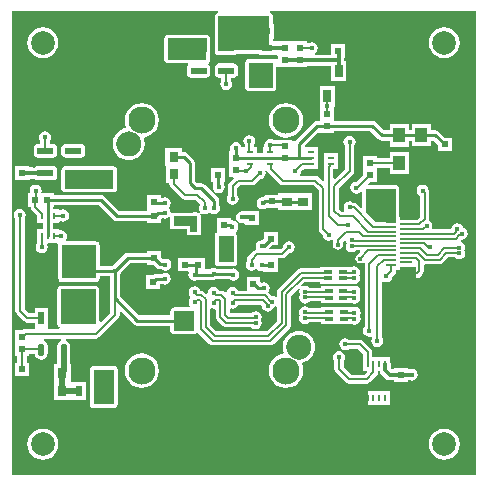
<source format=gbl>
G04*
G04 #@! TF.GenerationSoftware,Altium Limited,Altium Designer,19.1.1 (5)*
G04*
G04 Layer_Physical_Order=4*
G04 Layer_Color=16711680*
%FSLAX44Y44*%
%MOMM*%
G71*
G01*
G75*
%ADD22C,0.1500*%
%ADD23C,0.2000*%
%ADD24C,0.3000*%
%ADD25C,0.2540*%
%ADD26C,2.0000*%
%ADD27C,1.3000*%
%ADD28C,2.3000*%
%ADD29C,0.4000*%
%ADD30C,0.5000*%
%ADD31R,0.8000X0.9000*%
%ADD32O,0.5000X1.1000*%
%ADD33R,0.5000X1.1000*%
%ADD34R,2.2200X1.2400*%
G04:AMPARAMS|DCode=35|XSize=0.59mm|YSize=1.3701mm|CornerRadius=0.0443mm|HoleSize=0mm|Usage=FLASHONLY|Rotation=90.000|XOffset=0mm|YOffset=0mm|HoleType=Round|Shape=RoundedRectangle|*
%AMROUNDEDRECTD35*
21,1,0.5900,1.2816,0,0,90.0*
21,1,0.5015,1.3701,0,0,90.0*
1,1,0.0885,0.6408,0.2508*
1,1,0.0885,0.6408,-0.2508*
1,1,0.0885,-0.6408,-0.2508*
1,1,0.0885,-0.6408,0.2508*
%
%ADD35ROUNDEDRECTD35*%
%ADD36R,0.6000X0.5600*%
%ADD37R,0.5600X0.6000*%
%ADD38R,0.9000X0.8000*%
%ADD39R,0.2540X0.5588*%
%ADD40R,0.7000X0.3000*%
%ADD41R,1.0160X1.2700*%
%ADD42R,0.8499X0.2301*%
%ADD43R,1.0000X0.2301*%
%ADD44R,1.3800X1.8001*%
%ADD45R,2.0000X1.7000*%
%ADD46R,0.6500X1.1001*%
%ADD47R,0.6096X0.2540*%
%ADD48R,0.2540X0.6096*%
%ADD49R,0.9000X0.6000*%
%ADD50R,1.2700X0.8620*%
%ADD51R,0.6000X0.9000*%
G36*
X221660Y364030D02*
X178700D01*
X178640Y364180D01*
Y392190D01*
X221660D01*
Y364030D01*
D02*
G37*
G36*
X396431Y3569D02*
X3569D01*
Y396431D01*
X178076D01*
X178201Y395161D01*
X177470Y395016D01*
X176477Y394353D01*
X175814Y393360D01*
X175581Y392190D01*
Y368586D01*
X175432Y367837D01*
Y362822D01*
X175699Y361479D01*
X176460Y360340D01*
X177599Y359579D01*
X178942Y359312D01*
X191758D01*
X193101Y359579D01*
X194240Y360340D01*
X194508Y360741D01*
X212660D01*
Y359300D01*
X227660D01*
X227660Y359300D01*
X228760Y358890D01*
Y356470D01*
X227660Y356060D01*
X227490Y356060D01*
X212660D01*
Y356059D01*
X204490D01*
X203319Y355826D01*
X202327Y355163D01*
X201664Y354170D01*
X201431Y353000D01*
Y331820D01*
X201664Y330649D01*
X202327Y329657D01*
X203319Y328994D01*
X204490Y328761D01*
X224550D01*
X225721Y328994D01*
X226713Y329657D01*
X227376Y330649D01*
X227609Y331820D01*
Y344060D01*
X227660D01*
Y348950D01*
X228760Y349360D01*
X228930Y349360D01*
X240760D01*
Y349360D01*
X241350Y349250D01*
X241350Y349250D01*
X241984Y349250D01*
X253350D01*
Y350462D01*
X274130D01*
Y337120D01*
X286630D01*
Y354121D01*
X284968D01*
Y356940D01*
X285910D01*
Y368940D01*
X274310D01*
Y359638D01*
X260552D01*
X260166Y360908D01*
X261165Y361575D01*
X262270Y363229D01*
X262658Y365180D01*
X262270Y367131D01*
X261165Y368785D01*
X259511Y369890D01*
X257560Y370278D01*
X255609Y369890D01*
X254686Y369273D01*
X253350D01*
Y371010D01*
X241350D01*
Y371010D01*
X240760Y371120D01*
X240760Y371120D01*
X240126Y371120D01*
X228760D01*
Y371120D01*
X227660Y371300D01*
X227660Y371300D01*
X227565Y371300D01*
X224748D01*
Y373400D01*
X225840D01*
Y385400D01*
X224719D01*
Y392190D01*
X224486Y393360D01*
X223823Y394353D01*
X222831Y395016D01*
X222099Y395161D01*
X222224Y396431D01*
X396431D01*
Y3569D01*
D02*
G37*
G36*
X224560Y348880D02*
X224550D01*
Y331820D01*
X204490D01*
Y353000D01*
X224560D01*
Y348880D01*
D02*
G37*
%LPC*%
G36*
X370000Y383112D02*
X366606Y382665D01*
X363444Y381356D01*
X360728Y379272D01*
X358644Y376556D01*
X357335Y373394D01*
X356888Y370000D01*
X357335Y366606D01*
X358644Y363444D01*
X360728Y360728D01*
X363444Y358644D01*
X366606Y357335D01*
X370000Y356888D01*
X373394Y357335D01*
X376556Y358644D01*
X379272Y360728D01*
X381356Y363444D01*
X382665Y366606D01*
X383112Y370000D01*
X382665Y373394D01*
X381356Y376556D01*
X379272Y379272D01*
X376556Y381356D01*
X373394Y382665D01*
X370000Y383112D01*
D02*
G37*
G36*
X30000D02*
X26606Y382665D01*
X23444Y381356D01*
X20728Y379272D01*
X18644Y376556D01*
X17335Y373394D01*
X16888Y370000D01*
X17335Y366606D01*
X18644Y363444D01*
X20728Y360728D01*
X23444Y358644D01*
X26606Y357335D01*
X30000Y356888D01*
X33394Y357335D01*
X36556Y358644D01*
X39272Y360728D01*
X41356Y363444D01*
X42665Y366606D01*
X43112Y370000D01*
X42665Y373394D01*
X41356Y376556D01*
X39272Y379272D01*
X36556Y381356D01*
X33394Y382665D01*
X30000Y383112D01*
D02*
G37*
G36*
X168580Y376689D02*
X135900D01*
X134729Y376456D01*
X133737Y375793D01*
X133074Y374800D01*
X132841Y373630D01*
Y355600D01*
X133074Y354430D01*
X133737Y353437D01*
X134729Y352774D01*
X135900Y352541D01*
X152502D01*
X152871Y351559D01*
X152928Y351271D01*
X152199Y350181D01*
X151932Y348838D01*
Y343823D01*
X152199Y342480D01*
X152960Y341341D01*
X154099Y340580D01*
X155442Y340313D01*
X168258D01*
X169601Y340580D01*
X170740Y341341D01*
X171501Y342480D01*
X171768Y343823D01*
Y348838D01*
X171501Y350181D01*
X170740Y351320D01*
X170213Y351672D01*
X170289Y353140D01*
X170733Y353437D01*
X171396Y354430D01*
X171629Y355600D01*
Y362123D01*
X171768Y362822D01*
Y367837D01*
X171639Y368486D01*
Y373630D01*
X171406Y374800D01*
X170743Y375793D01*
X169750Y376456D01*
X168580Y376689D01*
D02*
G37*
G36*
X191758Y352348D02*
X178942D01*
X177599Y352081D01*
X176460Y351320D01*
X175699Y350181D01*
X175432Y348838D01*
Y343823D01*
X175699Y342480D01*
X176460Y341341D01*
X177599Y340580D01*
X178942Y340313D01*
X181162D01*
Y337696D01*
X180530Y336751D01*
X180142Y334800D01*
X180530Y332849D01*
X181635Y331195D01*
X183289Y330090D01*
X185240Y329702D01*
X187191Y330090D01*
X188845Y331195D01*
X189950Y332849D01*
X190338Y334800D01*
X189950Y336751D01*
X189318Y337696D01*
Y340313D01*
X191758D01*
X193101Y340580D01*
X194240Y341341D01*
X195001Y342480D01*
X195268Y343823D01*
Y348838D01*
X195001Y350181D01*
X194240Y351320D01*
X193101Y352081D01*
X191758Y352348D01*
D02*
G37*
G36*
X277029Y333120D02*
X264529D01*
Y316119D01*
X264529D01*
X264400Y315520D01*
X264400Y315520D01*
X264400Y314903D01*
Y303914D01*
X262360D01*
X260694Y303582D01*
X259282Y302638D01*
X243491Y286849D01*
X243316Y286585D01*
X241605Y286311D01*
X241370Y286494D01*
Y287870D01*
X229370D01*
Y287183D01*
X225768D01*
X224441Y288070D01*
X222490Y288458D01*
X220539Y288070D01*
X218885Y286965D01*
X217780Y285311D01*
X217392Y283360D01*
X217543Y282600D01*
X216501Y281330D01*
X216391D01*
Y276414D01*
X211469D01*
Y281330D01*
X208713D01*
Y283272D01*
X209600Y284599D01*
X209988Y286550D01*
X209600Y288501D01*
X208495Y290155D01*
X206841Y291260D01*
X204890Y291648D01*
X202939Y291260D01*
X201285Y290155D01*
X200180Y288501D01*
X199792Y286550D01*
X200180Y284599D01*
X201067Y283272D01*
Y281330D01*
X199373D01*
X198343Y281910D01*
X198180Y282731D01*
X197075Y284385D01*
X195421Y285490D01*
X193470Y285878D01*
X191519Y285490D01*
X189865Y284385D01*
X188760Y282731D01*
X188372Y280780D01*
X188694Y279160D01*
X188144Y278186D01*
X187860Y277890D01*
X187520D01*
Y266290D01*
Y256130D01*
X190987D01*
X191513Y254860D01*
X187946Y251294D01*
X187118Y250053D01*
X186827Y248590D01*
Y241128D01*
X185940Y239801D01*
X185552Y237850D01*
X185940Y235899D01*
X187045Y234245D01*
X188699Y233140D01*
X190650Y232752D01*
X192601Y233140D01*
X194255Y234245D01*
X195360Y235899D01*
X195748Y237850D01*
X195360Y239801D01*
X194473Y241128D01*
Y247006D01*
X196884Y249417D01*
X207310D01*
X208773Y249708D01*
X210014Y250536D01*
X214046Y254569D01*
X215611Y254880D01*
X217265Y255985D01*
X218370Y257639D01*
X218758Y259590D01*
X218428Y261251D01*
X219568Y261657D01*
X220396Y260416D01*
X230356Y250456D01*
X231597Y249628D01*
X233060Y249337D01*
X259266D01*
X263607Y244996D01*
Y212170D01*
X263898Y210707D01*
X264726Y209466D01*
X267079Y207114D01*
X267390Y205549D01*
X268495Y203895D01*
X270149Y202790D01*
X272100Y202402D01*
X274051Y202790D01*
X274764Y203266D01*
X275228Y203124D01*
X275984Y202555D01*
Y200379D01*
X275912Y200271D01*
X275602Y198710D01*
X275912Y197149D01*
X276796Y195826D01*
X278119Y194942D01*
X279680Y194632D01*
X281241Y194942D01*
X282564Y195826D01*
X282946Y196209D01*
X282946Y196209D01*
X283831Y197532D01*
X284141Y199093D01*
X284141Y199093D01*
Y201203D01*
X285227Y202289D01*
X286605Y201871D01*
X286850Y200639D01*
X287217Y200090D01*
X286850Y199541D01*
X286462Y197590D01*
X286850Y195639D01*
X287955Y193985D01*
X289609Y192880D01*
X291560Y192492D01*
X293511Y192880D01*
X295165Y193985D01*
X295339Y194247D01*
X298300D01*
X298786Y193073D01*
X295706Y189994D01*
X294822Y188671D01*
X294512Y187110D01*
X294822Y185549D01*
X295706Y184226D01*
X297029Y183342D01*
X298590Y183032D01*
X300151Y183342D01*
X301474Y184226D01*
X301491Y184243D01*
X302661Y183617D01*
X302487Y182740D01*
Y129706D01*
X302455Y129685D01*
X301350Y128031D01*
X300962Y126080D01*
X301350Y124129D01*
X302455Y122475D01*
X304109Y121370D01*
X306060Y120982D01*
X308011Y121370D01*
X308607Y120292D01*
X308736Y119728D01*
X308370Y119181D01*
X307982Y117230D01*
X308370Y115279D01*
X309475Y113625D01*
X311129Y112520D01*
X313080Y112132D01*
X315031Y112520D01*
X316685Y113625D01*
X317790Y115279D01*
X318178Y117230D01*
X317790Y119181D01*
X316903Y120508D01*
Y167153D01*
X318173Y167831D01*
X318819Y167400D01*
X320770Y167012D01*
X322721Y167400D01*
X324375Y168505D01*
X325480Y170159D01*
X325791Y171724D01*
X327804Y173736D01*
X328633Y174977D01*
X328923Y176440D01*
Y177848D01*
X332350D01*
Y179850D01*
X341246D01*
X341371Y178580D01*
X340909Y178488D01*
X339585Y177604D01*
X339585Y177604D01*
X336367Y174385D01*
X335482Y173062D01*
X335172Y171501D01*
X335482Y169940D01*
X336367Y168617D01*
X337690Y167733D01*
X339250Y167423D01*
X340811Y167733D01*
X342134Y168617D01*
X344159Y170642D01*
X346880D01*
X346880Y170642D01*
X348441Y170952D01*
X349764Y171836D01*
X351374Y173446D01*
X351374Y173446D01*
X352258Y174769D01*
X352568Y176330D01*
Y181586D01*
X353550Y182392D01*
X353643Y182373D01*
X365918D01*
X367381Y182664D01*
X368621Y183493D01*
X373284Y188156D01*
X378623D01*
X378632Y188154D01*
X378692D01*
X378865Y187894D01*
X380519Y186789D01*
X382470Y186401D01*
X384421Y186789D01*
X386075Y187894D01*
X387180Y189548D01*
X387568Y191499D01*
X387180Y193450D01*
X386813Y193999D01*
X387180Y194548D01*
X387568Y196499D01*
X387180Y198450D01*
X386075Y200104D01*
X384421Y201209D01*
X384028Y202506D01*
X384555Y203092D01*
X384614Y203132D01*
X386536Y203515D01*
X388190Y204620D01*
X389295Y206274D01*
X389683Y208225D01*
X389295Y210175D01*
X388190Y211829D01*
X386536Y212934D01*
X385889Y213063D01*
X385760Y213711D01*
X384655Y215365D01*
X383001Y216470D01*
X381050Y216858D01*
X379099Y216470D01*
X377445Y215365D01*
X376340Y213711D01*
X375967Y211833D01*
X359812D01*
X359133Y213103D01*
X359398Y213499D01*
X359708Y215060D01*
X359398Y216621D01*
X358514Y217944D01*
X357854Y218385D01*
X357042Y219457D01*
X357333Y220920D01*
Y242810D01*
X357042Y244273D01*
X356724Y244750D01*
X356350Y246631D01*
X355245Y248285D01*
X353591Y249390D01*
X351640Y249778D01*
X349689Y249390D01*
X348035Y248285D01*
X346930Y246631D01*
X346542Y244680D01*
X346930Y242729D01*
X348035Y241075D01*
X349687Y239972D01*
Y222504D01*
X347006Y219823D01*
X345350D01*
Y220150D01*
X332350D01*
Y222152D01*
X331879D01*
Y246310D01*
X331646Y247481D01*
X330983Y248473D01*
X329991Y249136D01*
X328820Y249369D01*
X306066D01*
X305580Y250542D01*
X307048Y252010D01*
X313280D01*
Y263892D01*
X323813D01*
Y258841D01*
X339973D01*
Y277541D01*
X323813D01*
Y272048D01*
X313280D01*
Y273770D01*
X301280D01*
Y262170D01*
Y257778D01*
X295707Y252205D01*
X295540Y252238D01*
X293589Y251850D01*
X291935Y250745D01*
X290830Y249091D01*
X290442Y247140D01*
X290830Y245189D01*
X291935Y243535D01*
X293589Y242430D01*
X295540Y242042D01*
X297491Y242430D01*
X299145Y243535D01*
X299371Y243874D01*
X300641Y243489D01*
Y230085D01*
X299468Y229599D01*
X295924Y233144D01*
X294683Y233972D01*
X293220Y234263D01*
X292978D01*
X291651Y235150D01*
X289700Y235538D01*
X287749Y235150D01*
X286095Y234045D01*
X284990Y232391D01*
X284602Y230440D01*
X284990Y228489D01*
X285285Y228048D01*
X284686Y226928D01*
X283179D01*
X280928Y229179D01*
Y246811D01*
X292544Y258426D01*
X292544Y258426D01*
X293428Y259749D01*
X293738Y261310D01*
X293738Y261310D01*
Y282904D01*
X294370Y283849D01*
X294758Y285800D01*
X294370Y287751D01*
X293265Y289405D01*
X291611Y290510D01*
X289660Y290898D01*
X287709Y290510D01*
X286055Y289405D01*
X284950Y287751D01*
X284562Y285800D01*
X284950Y283849D01*
X285582Y282904D01*
Y262999D01*
X277137Y254554D01*
X275963Y255040D01*
Y262840D01*
X280257D01*
Y267840D01*
Y276380D01*
X268161D01*
Y267840D01*
Y262840D01*
X268317D01*
Y252760D01*
X267143Y252274D01*
X263554Y255864D01*
X262313Y256692D01*
X260850Y256983D01*
X247838D01*
X247404Y258253D01*
X248330Y259639D01*
X248641Y261204D01*
X249991Y262554D01*
X251143Y262840D01*
Y262840D01*
X263239D01*
Y272840D01*
Y281380D01*
X252133D01*
X251607Y282650D01*
X263130Y294173D01*
X264400Y293760D01*
Y293760D01*
X276400D01*
Y295206D01*
X306797D01*
X313713Y288290D01*
X315125Y287347D01*
X316791Y287015D01*
X323892D01*
Y282019D01*
X340052D01*
Y287015D01*
X342387D01*
Y282098D01*
X358547D01*
Y287094D01*
X360639D01*
X364310Y283423D01*
Y277980D01*
X376310D01*
Y289580D01*
X370467D01*
X365520Y294527D01*
X364108Y295470D01*
X362442Y295802D01*
X358547D01*
Y300798D01*
X342387D01*
Y295723D01*
X340052D01*
Y300719D01*
X323892D01*
Y295723D01*
X318594D01*
X311679Y302638D01*
X310266Y303582D01*
X308600Y303914D01*
X276400D01*
Y315520D01*
X277029Y316119D01*
X277029D01*
Y333120D01*
D02*
G37*
G36*
X235791Y318874D02*
X232006Y318376D01*
X228478Y316915D01*
X225449Y314591D01*
X223125Y311562D01*
X221664Y308034D01*
X221166Y304249D01*
X221664Y300464D01*
X223125Y296937D01*
X225449Y293908D01*
X228478Y291584D01*
X232006Y290123D01*
X235791Y289624D01*
X239576Y290123D01*
X243103Y291584D01*
X246132Y293908D01*
X248456Y296937D01*
X249917Y300464D01*
X250416Y304249D01*
X249917Y308034D01*
X248456Y311562D01*
X246132Y314591D01*
X243103Y316915D01*
X239576Y318376D01*
X235791Y318874D01*
D02*
G37*
G36*
X62048Y284517D02*
X49232D01*
X47889Y284250D01*
X46750Y283489D01*
X45989Y282351D01*
X45722Y281007D01*
Y275992D01*
X45989Y274649D01*
X46750Y273510D01*
X47889Y272749D01*
X49232Y272482D01*
X62048D01*
X63391Y272749D01*
X64530Y273510D01*
X65291Y274649D01*
X65558Y275992D01*
Y281007D01*
X65291Y282351D01*
X64530Y283489D01*
X63391Y284250D01*
X62048Y284517D01*
D02*
G37*
G36*
X31810Y295008D02*
X29859Y294620D01*
X28205Y293515D01*
X27100Y291861D01*
X26712Y289910D01*
X27100Y287959D01*
X27732Y287014D01*
Y284517D01*
X25732D01*
X24389Y284250D01*
X23250Y283489D01*
X22489Y282351D01*
X22222Y281007D01*
Y275992D01*
X22489Y274649D01*
X23250Y273510D01*
X24389Y272749D01*
X25732Y272482D01*
X38548D01*
X39891Y272749D01*
X41030Y273510D01*
X41791Y274649D01*
X42058Y275992D01*
Y281007D01*
X41791Y282351D01*
X41030Y283489D01*
X39891Y284250D01*
X38548Y284517D01*
X35888D01*
Y287014D01*
X36520Y287959D01*
X36908Y289910D01*
X36520Y291861D01*
X35415Y293515D01*
X33761Y294620D01*
X31810Y295008D01*
D02*
G37*
G36*
X113789Y318874D02*
X110004Y318376D01*
X106477Y316915D01*
X103448Y314591D01*
X101124Y311562D01*
X99663Y308034D01*
X99164Y304249D01*
X99663Y300464D01*
X100422Y298630D01*
X99905Y297733D01*
X99528Y297471D01*
X99271Y297383D01*
X98878Y297305D01*
X96324Y296247D01*
X95992Y296025D01*
X95633Y295848D01*
X93440Y294165D01*
X93176Y293864D01*
X92875Y293601D01*
X91192Y291407D01*
X91015Y291048D01*
X90793Y290716D01*
X89735Y288162D01*
X89657Y287769D01*
X89528Y287390D01*
X89167Y284649D01*
X89193Y284250D01*
X89167Y283851D01*
X89528Y281110D01*
X89657Y280731D01*
X89735Y280338D01*
X90793Y277784D01*
X91015Y277452D01*
X91192Y277093D01*
X92875Y274900D01*
X93176Y274636D01*
X93440Y274335D01*
X95633Y272652D01*
X95992Y272475D01*
X96324Y272253D01*
X98878Y271195D01*
X99271Y271117D01*
X99650Y270988D01*
X102391Y270627D01*
X102790Y270653D01*
X103189Y270627D01*
X105930Y270988D01*
X106309Y271117D01*
X106701Y271195D01*
X109256Y272253D01*
X109588Y272475D01*
X109947Y272652D01*
X112141Y274335D01*
X112404Y274636D01*
X112705Y274900D01*
X114388Y277093D01*
X114565Y277452D01*
X114787Y277784D01*
X115845Y280338D01*
X115923Y280731D01*
X116052Y281110D01*
X116413Y283851D01*
X116387Y284250D01*
X116413Y284649D01*
X116052Y287390D01*
X115923Y287769D01*
X115845Y288162D01*
X115564Y288842D01*
X116199Y289942D01*
X117575Y290123D01*
X121102Y291584D01*
X124131Y293908D01*
X126455Y296937D01*
X127916Y300464D01*
X128414Y304249D01*
X127916Y308034D01*
X126455Y311562D01*
X124131Y314591D01*
X121102Y316915D01*
X117575Y318376D01*
X113789Y318874D01*
D02*
G37*
G36*
X38548Y265518D02*
X25732D01*
X24389Y265251D01*
X23250Y264490D01*
X22741Y264190D01*
X20790Y264578D01*
X19410Y264303D01*
X18272Y265048D01*
X18140Y265247D01*
Y265490D01*
X6140D01*
Y253890D01*
X18140D01*
Y253890D01*
X19410Y254657D01*
X20790Y254382D01*
X22741Y254770D01*
X22973Y254925D01*
X23250Y254511D01*
X24389Y253750D01*
X25732Y253483D01*
X38548D01*
X39891Y253750D01*
X41030Y254511D01*
X41791Y255650D01*
X42058Y256993D01*
Y262008D01*
X41791Y263351D01*
X41030Y264490D01*
X39891Y265251D01*
X38548Y265518D01*
D02*
G37*
G36*
X62048D02*
X49232D01*
X47889Y265251D01*
X46750Y264490D01*
X45989Y263351D01*
X45722Y262008D01*
Y256993D01*
X45761Y256797D01*
Y246190D01*
X45994Y245019D01*
X46657Y244027D01*
X47649Y243364D01*
X48820Y243131D01*
X89730D01*
X90900Y243364D01*
X91893Y244027D01*
X92556Y245019D01*
X92789Y246190D01*
Y262170D01*
X92556Y263340D01*
X91893Y264333D01*
X90900Y264996D01*
X89730Y265229D01*
X81130D01*
Y265300D01*
X69130D01*
Y265229D01*
X63424D01*
X63391Y265251D01*
X62048Y265518D01*
D02*
G37*
G36*
X184300Y263580D02*
X172700D01*
Y251580D01*
X174316D01*
Y249850D01*
X174130Y249571D01*
X173742Y247620D01*
X174130Y245669D01*
X175235Y244015D01*
X176889Y242910D01*
X178840Y242522D01*
X180791Y242910D01*
X182445Y244015D01*
X183550Y245669D01*
X183938Y247620D01*
X183550Y249571D01*
X183056Y250310D01*
X183307Y251580D01*
X184300D01*
Y263580D01*
D02*
G37*
G36*
X257610Y242420D02*
X242610D01*
Y242370D01*
X228940D01*
Y241290D01*
X217820D01*
Y239897D01*
X216489Y239632D01*
X215375Y238888D01*
X214129Y238640D01*
X212475Y237535D01*
X211370Y235881D01*
X210982Y233930D01*
X211370Y231979D01*
X212475Y230325D01*
X214129Y229220D01*
X216080Y228832D01*
X218031Y229220D01*
X218734Y229690D01*
X228940D01*
Y228370D01*
X243940D01*
Y228420D01*
X257610D01*
Y242420D01*
D02*
G37*
G36*
X147750Y280560D02*
X133750D01*
Y265560D01*
X134170D01*
Y251400D01*
X136909D01*
X137092Y250240D01*
X137402Y248679D01*
X138286Y247356D01*
X147436Y238206D01*
X147436Y238206D01*
X148759Y237322D01*
X150320Y237012D01*
X158991D01*
X162872Y233131D01*
Y232716D01*
X162240Y231771D01*
X161852Y229820D01*
X162240Y227869D01*
X162980Y226762D01*
X163345Y226215D01*
X162539Y225309D01*
X162050Y225636D01*
X161772Y225691D01*
X160921Y226260D01*
X158970Y226648D01*
X157019Y226260D01*
X156486Y225904D01*
X153010D01*
Y226020D01*
X138406D01*
X138030Y227910D01*
X136925Y229564D01*
X136755Y229678D01*
Y230315D01*
X137860Y231969D01*
X138248Y233920D01*
X137860Y235871D01*
X136755Y237525D01*
X135101Y238630D01*
X133150Y239018D01*
X131290Y238648D01*
X131128Y238657D01*
X130020Y239073D01*
Y240650D01*
X118020D01*
Y229050D01*
X118020D01*
X117990Y228850D01*
X117990Y228850D01*
Y228302D01*
X117092Y227404D01*
X94673D01*
X82099Y239979D01*
X80686Y240922D01*
X79020Y241254D01*
X39610D01*
Y242900D01*
X29595D01*
X28789Y243882D01*
X28958Y244730D01*
X28570Y246681D01*
X27465Y248335D01*
X25811Y249440D01*
X23860Y249828D01*
X21909Y249440D01*
X20255Y248335D01*
X19150Y246681D01*
X18762Y244730D01*
X18931Y243882D01*
X18125Y242900D01*
X17850D01*
Y230900D01*
X19777D01*
Y230507D01*
X20068Y229044D01*
X20896Y227803D01*
X24900Y223800D01*
Y217111D01*
X29816D01*
Y212189D01*
X24900D01*
Y200093D01*
X24900D01*
X24617Y198940D01*
X24430Y198661D01*
X24042Y196710D01*
X24430Y194759D01*
X25535Y193105D01*
X27189Y192000D01*
X29140Y191612D01*
X31091Y192000D01*
X32745Y193105D01*
X33850Y194759D01*
X34238Y196710D01*
X33850Y198661D01*
X33742Y198823D01*
X34420Y200093D01*
X42275D01*
X43306Y198823D01*
X43271Y198650D01*
Y170510D01*
X43274Y170495D01*
X43261Y170430D01*
X43341Y170028D01*
X43371Y169619D01*
X43380Y169600D01*
Y167489D01*
X45657D01*
X45940Y167395D01*
X46132Y167409D01*
X46320Y167371D01*
X75110D01*
X76280Y167604D01*
X77273Y168267D01*
X77936Y169259D01*
X78169Y170430D01*
Y172116D01*
X86507D01*
Y153619D01*
X86782Y152235D01*
Y141310D01*
X78872Y133400D01*
X77699Y133886D01*
Y160980D01*
X77466Y162150D01*
X76803Y163143D01*
X75810Y163806D01*
X74640Y164039D01*
X71580D01*
Y164091D01*
X43380D01*
Y163319D01*
X43117Y163143D01*
X42454Y162150D01*
X42221Y160980D01*
Y140397D01*
X42132Y139950D01*
Y133950D01*
X42201Y133603D01*
Y132060D01*
X42434Y130890D01*
X43097Y129897D01*
X44089Y129234D01*
X44510Y129150D01*
X44703Y128785D01*
X44030Y127558D01*
X35141D01*
X34240Y128450D01*
X34240Y128828D01*
Y145450D01*
X23240D01*
Y141028D01*
X18689D01*
X14878Y144839D01*
Y221818D01*
X15160Y222239D01*
X15548Y224190D01*
X15160Y226141D01*
X14055Y227795D01*
X12401Y228900D01*
X10450Y229288D01*
X8499Y228900D01*
X6845Y227795D01*
X5740Y226141D01*
X5352Y224190D01*
X5740Y222239D01*
X6722Y220770D01*
Y143150D01*
X6722Y143150D01*
X7032Y141589D01*
X7916Y140266D01*
X14116Y134066D01*
X14116Y134066D01*
X15439Y133182D01*
X17000Y132872D01*
X23240D01*
Y128828D01*
X23240Y128450D01*
X22339Y127558D01*
X15620D01*
X15620Y127558D01*
X14059Y127248D01*
X12736Y126364D01*
X12736Y126364D01*
X12672Y126300D01*
X6440D01*
Y114700D01*
Y104540D01*
X8362D01*
Y99090D01*
X6310D01*
Y87490D01*
X18310D01*
Y99090D01*
X16518D01*
Y104540D01*
X18440D01*
Y106262D01*
X23269D01*
X23559Y104804D01*
X24775Y102985D01*
X26594Y101769D01*
X28740Y101342D01*
X30886Y101769D01*
X32705Y102985D01*
X33921Y104804D01*
X34348Y106950D01*
Y112950D01*
X33921Y115096D01*
X32705Y116915D01*
X30886Y118131D01*
X30882Y118132D01*
X31007Y119402D01*
X45473D01*
X45598Y118132D01*
X45594Y118131D01*
X43775Y116915D01*
X42559Y115096D01*
X42132Y112950D01*
Y98110D01*
X39480D01*
Y83635D01*
X39480Y83110D01*
X39480Y83110D01*
X39590Y82410D01*
X39590D01*
Y67410D01*
X53590D01*
Y69232D01*
X54950D01*
Y67270D01*
X66950D01*
Y82270D01*
X54950D01*
Y80448D01*
X53590D01*
Y81886D01*
X53590Y82410D01*
X53590Y82410D01*
X53480Y83110D01*
X53480D01*
Y98110D01*
X53348D01*
Y112950D01*
X52921Y115096D01*
X51705Y116915D01*
X49886Y118131D01*
X49882Y118132D01*
X50007Y119402D01*
X74720D01*
X74720Y119402D01*
X76281Y119712D01*
X77604Y120596D01*
X93744Y136737D01*
X93744Y136737D01*
X94628Y138060D01*
X94939Y139621D01*
X94939Y139621D01*
Y141725D01*
X96112Y142211D01*
X106802Y131522D01*
X108214Y130578D01*
X109880Y130246D01*
X138061D01*
Y126190D01*
X138294Y125020D01*
X138957Y124027D01*
X139950Y123364D01*
X141120Y123131D01*
X157760D01*
X158931Y123364D01*
X159923Y124027D01*
X160074Y124254D01*
X161664Y124425D01*
X171063Y115026D01*
X172303Y114198D01*
X173767Y113907D01*
X222693D01*
X224157Y114198D01*
X225397Y115026D01*
X238914Y128543D01*
X239742Y129783D01*
X240033Y131247D01*
Y155746D01*
X246627Y162340D01*
X247614Y161531D01*
X247360Y161151D01*
X246972Y159200D01*
X247360Y157249D01*
X247727Y156700D01*
X247360Y156151D01*
X246972Y154200D01*
X247360Y152249D01*
X248465Y150595D01*
X250119Y149490D01*
X252070Y149102D01*
X254021Y149490D01*
X255675Y150595D01*
X255849Y150857D01*
X258150D01*
X258150Y150857D01*
X265419D01*
Y149309D01*
X290921D01*
X290921Y149309D01*
X292173Y149266D01*
X293700Y148962D01*
X295651Y149350D01*
X297305Y150455D01*
X298410Y152109D01*
X298798Y154060D01*
X298410Y156011D01*
X298043Y156560D01*
X298410Y157109D01*
X298798Y159060D01*
X298410Y161011D01*
X297305Y162665D01*
X295651Y163770D01*
X293700Y164158D01*
X292173Y163854D01*
X290921Y163811D01*
X290921Y163811D01*
X290921Y163811D01*
X265419D01*
Y162543D01*
X259824D01*
X259823Y162544D01*
X255849D01*
X255675Y162805D01*
X254021Y163910D01*
X252070Y164298D01*
X250119Y163910D01*
X249739Y163656D01*
X248930Y164643D01*
X251544Y167257D01*
X265029D01*
Y165849D01*
X290531D01*
X290531Y165849D01*
X291801Y165858D01*
X293590Y165502D01*
X295541Y165890D01*
X297195Y166995D01*
X298300Y168649D01*
X298688Y170600D01*
X298300Y172551D01*
X297933Y173100D01*
X298300Y173649D01*
X298688Y175600D01*
X298300Y177551D01*
X297195Y179205D01*
X295541Y180310D01*
X293590Y180698D01*
X291801Y180342D01*
X290531Y180351D01*
X290531Y180351D01*
X290531Y180351D01*
X265029D01*
Y178944D01*
X248287D01*
X246824Y178652D01*
X245583Y177824D01*
X229466Y161707D01*
X228638Y160467D01*
X228347Y159003D01*
Y155349D01*
X227077Y154670D01*
X226012Y155381D01*
X224061Y155769D01*
X223753Y155708D01*
X220817Y158643D01*
X221770Y160069D01*
X222158Y162020D01*
X221770Y163971D01*
X220665Y165625D01*
X219011Y166730D01*
X217060Y167118D01*
X215430Y166794D01*
X214466Y167335D01*
X214160Y167623D01*
Y171620D01*
X202560D01*
Y159798D01*
X195865D01*
X195865Y159798D01*
X195528D01*
X195480Y160041D01*
X194375Y161695D01*
X192721Y162800D01*
X190770Y163188D01*
X188819Y162800D01*
X187165Y161695D01*
X186060Y160041D01*
X185768Y158570D01*
X184482Y158060D01*
X183858Y158684D01*
X182618Y159512D01*
X181155Y159803D01*
X179437D01*
X179370Y160141D01*
X178265Y161795D01*
X176611Y162900D01*
X174660Y163288D01*
X172709Y162900D01*
X171055Y161795D01*
X169950Y160141D01*
X169562Y158190D01*
X169619Y157902D01*
X168449Y157277D01*
X166737Y158989D01*
X165497Y159817D01*
X164033Y160108D01*
X163240D01*
X163180Y160411D01*
X162075Y162065D01*
X160421Y163170D01*
X158470Y163558D01*
X156519Y163170D01*
X154865Y162065D01*
X153760Y160411D01*
X153372Y158460D01*
X153760Y156509D01*
X154705Y155095D01*
X154799Y154265D01*
X154705Y153435D01*
X153760Y152021D01*
X153372Y150070D01*
X153760Y148119D01*
X154402Y147159D01*
X153723Y145889D01*
X141130D01*
X139959Y145656D01*
X138967Y144993D01*
X138304Y144001D01*
X138071Y142830D01*
Y138954D01*
X111683D01*
X95214Y155423D01*
Y173573D01*
X95900Y174599D01*
X96087Y175539D01*
X103854Y183306D01*
X118020D01*
Y181860D01*
X123863D01*
X126482Y179241D01*
X127895Y178297D01*
X129561Y177966D01*
X130748D01*
X131699Y177330D01*
X133650Y176942D01*
X135601Y177330D01*
X137255Y178435D01*
X138360Y180089D01*
X138748Y182040D01*
X138360Y183991D01*
X137255Y185645D01*
X135601Y186750D01*
X133650Y187138D01*
X131699Y186750D01*
X131584Y186673D01*
X131364D01*
X130020Y188017D01*
Y193460D01*
X118020D01*
Y192014D01*
X102051D01*
X100384Y191682D01*
X98972Y190739D01*
X89557Y181323D01*
X89239Y181260D01*
X88586Y180824D01*
X78169D01*
Y198650D01*
X77936Y199820D01*
X77273Y200813D01*
X76280Y201476D01*
X75110Y201709D01*
X49995D01*
X49425Y202979D01*
X50240Y204199D01*
X50628Y206150D01*
X50240Y208101D01*
X49135Y209755D01*
X47481Y210860D01*
X45530Y211248D01*
X44710Y211085D01*
X43440Y212127D01*
Y212189D01*
X38524D01*
Y217111D01*
X43440D01*
Y218531D01*
X44710Y219210D01*
X45189Y218890D01*
X47140Y218502D01*
X49091Y218890D01*
X50745Y219995D01*
X51850Y221649D01*
X52238Y223600D01*
X51850Y225551D01*
X50745Y227205D01*
X49091Y228310D01*
X47140Y228698D01*
X45189Y228310D01*
X44710Y227990D01*
X43440Y228669D01*
Y229207D01*
X38524D01*
Y230900D01*
X39610D01*
Y232546D01*
X77217D01*
X89791Y219972D01*
X91204Y219028D01*
X92870Y218696D01*
X117990D01*
Y217250D01*
X129990D01*
Y220760D01*
X131260Y221322D01*
X131369Y221249D01*
X133320Y220861D01*
X135271Y221249D01*
X136691Y222198D01*
X137540Y221928D01*
X137961Y221636D01*
Y218240D01*
X137951Y218190D01*
Y214870D01*
X138010Y214575D01*
Y212020D01*
X139960D01*
X141010Y211811D01*
X151801D01*
Y210050D01*
X151850Y209805D01*
Y207000D01*
X154816D01*
X154860Y206991D01*
X160880D01*
X160924Y207000D01*
X163850D01*
Y209604D01*
X163939Y210050D01*
Y220900D01*
X164068Y221550D01*
X163939Y222199D01*
Y222810D01*
X163706Y223981D01*
X163043Y224973D01*
X163849Y225879D01*
X164353Y225542D01*
X164999Y225110D01*
X166950Y224722D01*
X168901Y225110D01*
X170061Y225886D01*
X171355Y226235D01*
X173009Y225130D01*
X174960Y224742D01*
X176911Y225130D01*
X178565Y226235D01*
X179670Y227889D01*
X180058Y229840D01*
X179670Y231791D01*
X179314Y232324D01*
Y235810D01*
X178982Y237476D01*
X178039Y238888D01*
X167348Y249578D01*
X165936Y250522D01*
X164270Y250854D01*
X160953D01*
X158604Y253203D01*
Y267960D01*
X158272Y269626D01*
X157329Y271038D01*
X152228Y276138D01*
X150816Y277082D01*
X149150Y277414D01*
X147750D01*
Y280560D01*
D02*
G37*
G36*
X198590Y227308D02*
X196639Y226920D01*
X194985Y225815D01*
X193880Y224161D01*
X193492Y222210D01*
X193880Y220259D01*
X194970Y218628D01*
X194105Y217795D01*
X192451Y218900D01*
X191626Y219064D01*
X190536Y219792D01*
X189480Y220002D01*
Y221800D01*
X177880D01*
Y209800D01*
X176950Y208980D01*
X175650D01*
Y196980D01*
X175721D01*
Y189142D01*
X175681Y188941D01*
X175681Y188940D01*
X175681Y188940D01*
Y183980D01*
X175914Y182810D01*
X176577Y181817D01*
X177570Y181154D01*
X178740Y180921D01*
X191460D01*
X192631Y181154D01*
X193623Y181817D01*
X194286Y182810D01*
X194519Y183980D01*
Y184888D01*
X194748Y186040D01*
X194519Y187192D01*
Y201873D01*
X194538Y201970D01*
X194519Y202067D01*
Y206150D01*
X194286Y207320D01*
X193623Y208313D01*
X193306Y208524D01*
X193290Y210041D01*
X194105Y210585D01*
X195210Y212239D01*
X195598Y214190D01*
X195210Y216141D01*
X194120Y217772D01*
X194985Y218605D01*
X196639Y217500D01*
X198590Y217112D01*
X199820Y217357D01*
X201090Y216620D01*
Y215400D01*
X213090D01*
Y227000D01*
X201090D01*
X201090Y227000D01*
X199844Y227059D01*
X198590Y227308D01*
D02*
G37*
G36*
X229510Y209860D02*
X217510D01*
Y204417D01*
X215614Y202521D01*
X215330Y202578D01*
X213379Y202190D01*
X211725Y201085D01*
X210620Y199431D01*
X210232Y197480D01*
X210514Y196064D01*
X210077Y194682D01*
X208836Y193854D01*
X204026Y189044D01*
X203198Y187803D01*
X202907Y186340D01*
Y185258D01*
X202020Y183931D01*
X201632Y181980D01*
X202020Y180029D01*
X203125Y178375D01*
X204779Y177270D01*
X206730Y176882D01*
X208681Y177270D01*
X210069Y178198D01*
X211554Y178262D01*
X211725Y178005D01*
X213379Y176900D01*
X215330Y176512D01*
X216260Y176697D01*
X217530Y175840D01*
Y175840D01*
X229130D01*
Y187327D01*
X232910D01*
X234373Y187618D01*
X235614Y188446D01*
X238706Y191539D01*
X240271Y191850D01*
X241925Y192955D01*
X243030Y194609D01*
X243418Y196560D01*
X243030Y198511D01*
X241925Y200165D01*
X240271Y201270D01*
X238320Y201658D01*
X236369Y201270D01*
X234715Y200165D01*
X233610Y198511D01*
X233299Y196946D01*
X231326Y194973D01*
X222040D01*
X221554Y196147D01*
X223667Y198260D01*
X229510D01*
Y209860D01*
D02*
G37*
G36*
X167060Y187890D02*
X155060D01*
Y187840D01*
X144060D01*
Y176240D01*
X152756D01*
X153601Y174970D01*
X153332Y173620D01*
X153720Y171669D01*
X154825Y170015D01*
X156479Y168910D01*
X158430Y168522D01*
X160381Y168910D01*
X160914Y169266D01*
X173665D01*
X173981Y169329D01*
X174720Y169182D01*
X176671Y169570D01*
X177204Y169926D01*
X187773D01*
X189249Y168940D01*
X191200Y168552D01*
X193151Y168940D01*
X194805Y170045D01*
X195910Y171699D01*
X196298Y173650D01*
X195910Y175601D01*
X194805Y177255D01*
X193151Y178360D01*
X191200Y178748D01*
X190400Y178589D01*
X190175Y178634D01*
X177204D01*
X176671Y178990D01*
X174720Y179378D01*
X172769Y178990D01*
X171248Y177974D01*
X167060D01*
Y187890D01*
D02*
G37*
G36*
X133320Y175168D02*
X131369Y174780D01*
X130836Y174424D01*
X126180D01*
X124514Y174092D01*
X123102Y173148D01*
X123013Y173060D01*
X117500D01*
Y161460D01*
X129500D01*
Y165716D01*
X130836D01*
X131369Y165360D01*
X133320Y164972D01*
X135271Y165360D01*
X136925Y166465D01*
X138030Y168119D01*
X138418Y170070D01*
X138030Y172021D01*
X136925Y173675D01*
X135271Y174780D01*
X133320Y175168D01*
D02*
G37*
G36*
X251800Y146788D02*
X249849Y146400D01*
X248195Y145295D01*
X247090Y143641D01*
X246702Y141690D01*
X247090Y139739D01*
X247457Y139190D01*
X247090Y138641D01*
X246702Y136690D01*
X247090Y134739D01*
X248195Y133085D01*
X249849Y131980D01*
X251800Y131592D01*
X253751Y131980D01*
X255405Y133085D01*
X255579Y133347D01*
X257445D01*
X257445Y133347D01*
X265619D01*
Y131599D01*
X291121D01*
X291121Y131599D01*
X292372Y131552D01*
X293880Y131252D01*
X295831Y131640D01*
X297485Y132745D01*
X298590Y134399D01*
X298978Y136350D01*
X298590Y138301D01*
X298223Y138850D01*
X298590Y139399D01*
X298978Y141350D01*
X298590Y143301D01*
X297485Y144955D01*
X295831Y146060D01*
X293880Y146448D01*
X292372Y146148D01*
X291121Y146101D01*
X291121Y146101D01*
X291121Y146101D01*
X265619D01*
Y145034D01*
X259119D01*
X259118Y145034D01*
X255579D01*
X255405Y145295D01*
X253751Y146400D01*
X251800Y146788D01*
D02*
G37*
G36*
X247189Y125874D02*
X246790Y125848D01*
X246391Y125874D01*
X243649Y125513D01*
X243271Y125385D01*
X242878Y125307D01*
X240324Y124249D01*
X239991Y124026D01*
X239632Y123849D01*
X237439Y122166D01*
X237175Y121865D01*
X236874Y121601D01*
X235191Y119408D01*
X235014Y119049D01*
X234792Y118716D01*
X233733Y116162D01*
X233655Y115769D01*
X233527Y115391D01*
X233166Y112649D01*
X233192Y112250D01*
X233166Y111851D01*
X233527Y109109D01*
X233655Y108730D01*
X233733Y108338D01*
X234015Y107658D01*
X233380Y106558D01*
X232006Y106377D01*
X228478Y104916D01*
X225449Y102592D01*
X223125Y99563D01*
X221664Y96036D01*
X221166Y92251D01*
X221664Y88465D01*
X223125Y84938D01*
X225449Y81909D01*
X228478Y79585D01*
X232006Y78124D01*
X235791Y77626D01*
X239576Y78124D01*
X243103Y79585D01*
X246132Y81909D01*
X248456Y84938D01*
X249917Y88465D01*
X250416Y92251D01*
X249917Y96036D01*
X249158Y97869D01*
X249676Y98765D01*
X250053Y99028D01*
X250310Y99115D01*
X250702Y99193D01*
X253256Y100251D01*
X253589Y100474D01*
X253948Y100651D01*
X256141Y102334D01*
X256405Y102635D01*
X256706Y102899D01*
X258389Y105092D01*
X258566Y105451D01*
X258789Y105784D01*
X259847Y108338D01*
X259925Y108730D01*
X260053Y109109D01*
X260414Y111851D01*
X260388Y112250D01*
X260414Y112649D01*
X260053Y115391D01*
X259925Y115769D01*
X259847Y116162D01*
X258789Y118716D01*
X258566Y119049D01*
X258389Y119408D01*
X256706Y121601D01*
X256405Y121865D01*
X256141Y122166D01*
X253948Y123849D01*
X253589Y124026D01*
X253256Y124249D01*
X250702Y125307D01*
X250310Y125385D01*
X249931Y125513D01*
X247189Y125874D01*
D02*
G37*
G36*
X286190Y119838D02*
X284239Y119450D01*
X282585Y118345D01*
X281480Y116691D01*
X281092Y114740D01*
X281480Y112789D01*
X282585Y111135D01*
X284239Y110030D01*
X286190Y109642D01*
X288141Y110030D01*
X289468Y110917D01*
X296786D01*
X301106Y106596D01*
Y103612D01*
X300660D01*
Y92024D01*
X304147D01*
X304634Y90851D01*
X302606Y88823D01*
X290744D01*
X284573Y94994D01*
Y100527D01*
X285490Y101899D01*
X285878Y103850D01*
X285490Y105801D01*
X284385Y107455D01*
X282731Y108560D01*
X280780Y108948D01*
X278829Y108560D01*
X277175Y107455D01*
X276070Y105801D01*
X275682Y103850D01*
X276070Y101899D01*
X276927Y100617D01*
Y93410D01*
X277218Y91947D01*
X278046Y90706D01*
X286456Y82296D01*
X287697Y81468D01*
X289160Y81177D01*
X304190D01*
X305653Y81468D01*
X306894Y82296D01*
X312634Y88036D01*
X313462Y89277D01*
X313753Y90740D01*
Y92024D01*
X315419D01*
X315691Y90654D01*
X316686Y89166D01*
X320296Y85556D01*
X321784Y84561D01*
X323540Y84212D01*
X327290D01*
Y83000D01*
X339290D01*
Y84212D01*
X340702D01*
X342410Y83872D01*
X344361Y84260D01*
X346015Y85365D01*
X347120Y87019D01*
X347508Y88970D01*
X347120Y90921D01*
X346015Y92575D01*
X344361Y93680D01*
X342410Y94068D01*
X340560Y93700D01*
X340404Y93714D01*
X339290Y94404D01*
Y94600D01*
X327290D01*
Y93388D01*
X325440D01*
X324518Y94311D01*
Y97818D01*
X324200Y99417D01*
Y103612D01*
X308753D01*
Y108180D01*
X308462Y109643D01*
X307633Y110884D01*
X301074Y117444D01*
X299833Y118272D01*
X298370Y118563D01*
X289468D01*
X288141Y119450D01*
X286190Y119838D01*
D02*
G37*
G36*
X113789Y106876D02*
X110004Y106377D01*
X106477Y104916D01*
X103448Y102592D01*
X101124Y99563D01*
X99663Y96036D01*
X99164Y92251D01*
X99663Y88465D01*
X101124Y84938D01*
X103448Y81909D01*
X106477Y79585D01*
X110004Y78124D01*
X113789Y77626D01*
X117575Y78124D01*
X121102Y79585D01*
X124131Y81909D01*
X126455Y84938D01*
X127916Y88465D01*
X128414Y92251D01*
X127916Y96036D01*
X126455Y99563D01*
X124131Y102592D01*
X121102Y104916D01*
X117575Y106377D01*
X113789Y106876D01*
D02*
G37*
G36*
X324200Y74636D02*
X305660D01*
Y63048D01*
X324200D01*
Y74636D01*
D02*
G37*
G36*
X90230Y96199D02*
X73140D01*
X71969Y95966D01*
X70977Y95303D01*
X70314Y94311D01*
X70081Y93140D01*
Y63700D01*
X70314Y62530D01*
X70977Y61537D01*
X71969Y60874D01*
X73140Y60641D01*
X90230D01*
X91400Y60874D01*
X92393Y61537D01*
X93056Y62530D01*
X93289Y63700D01*
Y93140D01*
X93056Y94311D01*
X92393Y95303D01*
X91400Y95966D01*
X90230Y96199D01*
D02*
G37*
G36*
X370000Y43112D02*
X366606Y42665D01*
X363444Y41356D01*
X360728Y39272D01*
X358644Y36556D01*
X357335Y33394D01*
X356888Y30000D01*
X357335Y26606D01*
X358644Y23444D01*
X360728Y20728D01*
X363444Y18644D01*
X366606Y17335D01*
X370000Y16888D01*
X373394Y17335D01*
X376556Y18644D01*
X379272Y20728D01*
X381356Y23444D01*
X382665Y26606D01*
X383112Y30000D01*
X382665Y33394D01*
X381356Y36556D01*
X379272Y39272D01*
X376556Y41356D01*
X373394Y42665D01*
X370000Y43112D01*
D02*
G37*
G36*
X30000D02*
X26606Y42665D01*
X23444Y41356D01*
X20728Y39272D01*
X18644Y36556D01*
X17335Y33394D01*
X16888Y30000D01*
X17335Y26606D01*
X18644Y23444D01*
X20728Y20728D01*
X23444Y18644D01*
X26606Y17335D01*
X30000Y16888D01*
X33394Y17335D01*
X36556Y18644D01*
X39272Y20728D01*
X41356Y23444D01*
X42665Y26606D01*
X43112Y30000D01*
X42665Y33394D01*
X41356Y36556D01*
X39272Y39272D01*
X36556Y41356D01*
X33394Y42665D01*
X30000Y43112D01*
D02*
G37*
%LPD*%
G36*
X168580Y362380D02*
X168570D01*
Y355600D01*
X135900D01*
Y373630D01*
X168580D01*
Y362380D01*
D02*
G37*
G36*
X328820Y218151D02*
X317851D01*
Y217824D01*
X311966D01*
X303700Y226090D01*
Y246310D01*
X328820D01*
Y218151D01*
D02*
G37*
G36*
X105531Y294479D02*
X108085Y293421D01*
X110279Y291738D01*
X111961Y289545D01*
X113019Y286991D01*
X113380Y284250D01*
X113019Y281509D01*
X111961Y278955D01*
X110279Y276761D01*
X108085Y275079D01*
X105531Y274021D01*
X102790Y273660D01*
X100049Y274021D01*
X97495Y275079D01*
X95302Y276761D01*
X93619Y278955D01*
X92561Y281509D01*
X92200Y284250D01*
X92561Y286991D01*
X93619Y289545D01*
X95302Y291738D01*
X97495Y293421D01*
X100049Y294479D01*
X102790Y294840D01*
X105531Y294479D01*
D02*
G37*
G36*
X89730Y246190D02*
X48820D01*
Y262170D01*
X89730D01*
Y246190D01*
D02*
G37*
G36*
X160880Y210050D02*
X154860D01*
Y214870D01*
X141010D01*
Y218190D01*
X141020Y218230D01*
Y222810D01*
X160880D01*
Y210050D01*
D02*
G37*
G36*
X75110Y170430D02*
X46320D01*
X46330Y170510D01*
Y198650D01*
X75110D01*
Y170430D01*
D02*
G37*
G36*
X215428Y147136D02*
X215816Y145185D01*
X216921Y143531D01*
X218575Y142426D01*
X220526Y142038D01*
X222477Y142426D01*
X224130Y143531D01*
X225236Y145185D01*
X225364Y145832D01*
X226012Y145961D01*
X227077Y146673D01*
X228347Y145994D01*
Y134504D01*
X219436Y125593D01*
X177024D01*
X171563Y131054D01*
Y144438D01*
X172488Y144933D01*
X172833Y144995D01*
X174660Y144632D01*
X175555Y144810D01*
X176537Y144004D01*
Y138067D01*
X176828Y136603D01*
X177656Y135363D01*
X182713Y130306D01*
X183953Y129478D01*
X185417Y129187D01*
X206381D01*
X206555Y128925D01*
X208209Y127820D01*
X210160Y127432D01*
X212111Y127820D01*
X213765Y128925D01*
X214870Y130579D01*
X215258Y132530D01*
X214870Y134481D01*
X214503Y135030D01*
X214870Y135579D01*
X215258Y137530D01*
X214870Y139481D01*
X213765Y141135D01*
X212111Y142240D01*
X210160Y142628D01*
X208209Y142240D01*
X206555Y141135D01*
X206381Y140873D01*
X188674D01*
X188223Y141324D01*
Y144130D01*
X189494Y144986D01*
X190820Y144722D01*
X192771Y145110D01*
X194425Y146215D01*
X195530Y147869D01*
X195578Y148112D01*
X214524D01*
X215428Y147136D01*
D02*
G37*
G36*
X74640Y132060D02*
X45260D01*
Y133820D01*
X45280D01*
Y160980D01*
X74640D01*
Y132060D01*
D02*
G37*
G36*
X157760Y126190D02*
X141120D01*
Y134700D01*
X141130Y134740D01*
Y142830D01*
X157760D01*
Y126190D01*
D02*
G37*
G36*
X191460Y183980D02*
X178740D01*
Y188940D01*
X178780Y188980D01*
Y206150D01*
X191460D01*
Y183980D01*
D02*
G37*
G36*
X249531Y122481D02*
X252086Y121423D01*
X254279Y119739D01*
X255963Y117546D01*
X257021Y114991D01*
X257382Y112250D01*
X257021Y109509D01*
X255963Y106954D01*
X254279Y104761D01*
X252086Y103077D01*
X249531Y102019D01*
X246790Y101658D01*
X244049Y102019D01*
X241494Y103077D01*
X239301Y104761D01*
X237617Y106954D01*
X236559Y109509D01*
X236198Y112250D01*
X236559Y114991D01*
X237617Y117546D01*
X239301Y119739D01*
X241494Y121423D01*
X244049Y122481D01*
X246790Y122842D01*
X249531Y122481D01*
D02*
G37*
G36*
X90230Y63700D02*
X73140D01*
Y93140D01*
X90230D01*
Y63700D01*
D02*
G37*
D22*
X23650Y236900D02*
X23860Y237110D01*
X23600Y236850D02*
X23650Y236900D01*
X280110Y215260D02*
X288270D01*
X272140Y223230D02*
X280110Y215260D01*
X272140Y223230D02*
Y265041D01*
X223100Y265943D02*
X224217Y267060D01*
X309660Y214000D02*
X325100D01*
X293220Y230440D02*
X309660Y214000D01*
X289700Y230440D02*
X293220D01*
X285152Y154540D02*
X291571D01*
X284421Y153809D02*
X285152Y154540D01*
X285152Y158580D02*
X291571D01*
X284421Y159311D02*
X285152Y158580D01*
X337351Y204000D02*
X337390Y203961D01*
X381050Y211084D02*
Y211760D01*
X337351Y208001D02*
X337390Y208041D01*
X358139D01*
X358170Y208010D01*
X377979D01*
X379884Y209915D01*
Y209918D01*
X381050Y211084D01*
X337351Y204000D02*
X356466D01*
X356497Y203970D01*
X379652D01*
X382741Y207059D01*
X382743D01*
X383909Y208225D01*
X384585D01*
X355317Y190237D02*
X364244D01*
X349514Y196039D02*
X355317Y190237D01*
X337390Y196039D02*
X349514D01*
X353510Y220920D02*
Y242810D01*
X348590Y216000D02*
X353510Y220920D01*
X337351Y216000D02*
X348590D01*
X371700Y191979D02*
X378630D01*
X370027Y196019D02*
X378630D01*
Y191979D02*
X378632Y191978D01*
X381992D01*
X382470Y191499D01*
X285352Y140870D02*
X291751D01*
X284621Y141601D02*
X285352Y140870D01*
X381992Y196021D02*
X382470Y196499D01*
X378632Y196021D02*
X381992D01*
X378630Y196019D02*
X378632Y196021D01*
X285352Y136830D02*
X291751D01*
X293402Y136828D02*
X293880Y136350D01*
X291753Y136828D02*
X293402D01*
X291751Y136830D02*
X291753Y136828D01*
X284621Y136099D02*
X285352Y136830D01*
X364244Y190237D02*
X370027Y196019D01*
X353643Y186197D02*
X365918D01*
X371700Y191979D01*
X347841Y191999D02*
X353643Y186197D01*
X337351Y196000D02*
X337390Y196039D01*
X337351Y191999D02*
X347841D01*
X204890Y277580D02*
Y286550D01*
Y277580D02*
X205410Y277060D01*
X205421D01*
X223100Y263120D02*
Y265943D01*
Y263120D02*
X233060Y253160D01*
X272140Y265041D02*
X274209Y267110D01*
X267430Y212170D02*
X272100Y207500D01*
X267430Y212170D02*
Y246580D01*
X260850Y253160D02*
X267430Y246580D01*
X233060Y253160D02*
X260850D01*
X222439Y267060D02*
X224217D01*
X222490Y283360D02*
X234080D01*
X222490Y277111D02*
Y283360D01*
X23860Y237110D02*
Y244730D01*
X320770Y172110D02*
X325100Y176440D01*
Y181999D01*
X39170Y223159D02*
X39611Y223600D01*
X47140D01*
X306310Y126330D02*
Y182740D01*
X306060Y126080D02*
X306310Y126330D01*
Y182740D02*
X313570Y190000D01*
X325100D01*
X29140Y196710D02*
X29155Y196725D01*
Y206126D01*
X29170Y206141D01*
X313080Y180440D02*
X318601Y185961D01*
X325061D01*
X325100Y186000D01*
X313080Y117230D02*
Y180440D01*
X304930Y97818D02*
Y108180D01*
X270779Y310099D02*
Y324620D01*
X232910Y191150D02*
X238320Y196560D01*
X211540Y191150D02*
X232910D01*
X206730Y186340D02*
X211540Y191150D01*
X206730Y181980D02*
Y186340D01*
X249140Y267110D02*
X257191D01*
X243620Y261590D02*
X249140Y267110D01*
X207310Y253240D02*
X213660Y259590D01*
X195300Y253240D02*
X207310D01*
X222439Y277060D02*
X222490Y277111D01*
X234080Y283360D02*
X235370Y282070D01*
X190650Y248590D02*
X195300Y253240D01*
X190650Y237850D02*
Y248590D01*
X194490Y260960D02*
X202120D01*
X193520Y261930D02*
X194490Y260960D01*
X206070Y264300D02*
Y266411D01*
X203208Y261438D02*
X206070Y264300D01*
X202598Y261438D02*
X203208D01*
X205421Y267060D02*
X206070Y266411D01*
X202120Y260960D02*
X202598Y261438D01*
X39179Y206150D02*
X45530D01*
X39170Y206141D02*
X39179Y206150D01*
X23600Y230507D02*
Y236850D01*
Y230507D02*
X29170Y224937D01*
Y223159D02*
Y224937D01*
X270400Y309720D02*
X270779Y310099D01*
X298370Y114740D02*
X304930Y108180D01*
X286190Y114740D02*
X298370D01*
X351640Y244680D02*
X353510Y242810D01*
X280750Y93410D02*
Y103820D01*
X280780Y103850D01*
X289160Y85000D02*
X304190D01*
X280750Y93410D02*
X289160Y85000D01*
X304190D02*
X309930Y90740D01*
Y97818D01*
X271369Y136849D02*
X272119Y136099D01*
X267451Y136849D02*
X271369D01*
X267130Y137170D02*
X267451Y136849D01*
X271728Y141210D02*
X272119Y141601D01*
X259118Y141210D02*
X271728D01*
X257445Y137170D02*
X267130D01*
X257445Y137170D02*
X257445Y137170D01*
X253929Y137170D02*
X257445D01*
X253927Y137168D02*
X253929Y137170D01*
X252278Y137168D02*
X253927D01*
X251800Y136690D02*
X252278Y137168D01*
X259118Y141210D02*
X259118Y141210D01*
X253929Y141210D02*
X259118D01*
X253927Y141212D02*
X253929Y141210D01*
X252278Y141212D02*
X253927D01*
X251800Y141690D02*
X252278Y141212D01*
X223382Y150671D02*
X224061D01*
X220526Y147136D02*
Y147814D01*
X216405Y151935D02*
X220526Y147814D01*
X218078Y155975D02*
X223382Y150671D01*
X194191Y151935D02*
X216405D01*
X195865Y155975D02*
X218078D01*
X194191Y151935D02*
X194191Y151935D01*
X192949Y151935D02*
X194191D01*
X190834Y149820D02*
X192949Y151935D01*
X190820Y149820D02*
X190834D01*
X195865Y155975D02*
X195865Y155975D01*
X192899Y155975D02*
X195865D01*
X190784Y158090D02*
X192899Y155975D01*
X190770Y158090D02*
X190784D01*
X271169Y154559D02*
X271919Y153809D01*
X268391Y154559D02*
X271169D01*
X268270Y154680D02*
X268391Y154559D01*
X271328Y158720D02*
X271919Y159311D01*
X259823Y158720D02*
X271328D01*
X258150Y154680D02*
X268270D01*
X258150Y154680D02*
X258150Y154680D01*
X254199Y154680D02*
X258150D01*
X254197Y154678D02*
X254199Y154680D01*
X252548Y154678D02*
X254197D01*
X252070Y154200D02*
X252548Y154678D01*
X259823Y158720D02*
X259823Y158720D01*
X254199Y158720D02*
X259823D01*
X254197Y158722D02*
X254199Y158720D01*
X252548Y158722D02*
X254197D01*
X252070Y159200D02*
X252548Y158722D01*
X209680Y133010D02*
X210160Y132530D01*
X185417Y133010D02*
X209680D01*
X209680Y137050D02*
X210160Y137530D01*
X187090Y137050D02*
X209680D01*
X184400Y139740D02*
X187090Y137050D01*
X180360Y138067D02*
X185417Y133010D01*
X180360Y138067D02*
Y151061D01*
X179481Y151940D02*
X180360Y151061D01*
X184400Y139740D02*
Y152735D01*
X181155Y155980D02*
X184400Y152735D01*
X176870Y155980D02*
X181155D01*
X176870Y151940D02*
X179481D01*
X174660Y149730D02*
X176870Y151940D01*
X174660Y158190D02*
X176870Y155980D01*
X270798Y171080D02*
X271529Y170349D01*
X249960Y171080D02*
X270798D01*
X236210Y157330D02*
X249960Y171080D01*
X270798Y175120D02*
X271529Y175851D01*
X248287Y175120D02*
X270798D01*
X232170Y159003D02*
X248287Y175120D01*
X293112Y171078D02*
X293590Y170600D01*
X293112Y175122D02*
X293590Y175600D01*
X236210Y131247D02*
Y157330D01*
X232170Y132920D02*
Y159003D01*
X222693Y117730D02*
X236210Y131247D01*
X221020Y121770D02*
X232170Y132920D01*
X175440Y121770D02*
X221020D01*
X173767Y117730D02*
X222693D01*
X163700Y127797D02*
X173767Y117730D01*
X167740Y129470D02*
X175440Y121770D01*
X163700Y127797D02*
Y150905D01*
X167740Y129470D02*
Y152578D01*
X162360Y152245D02*
X163700Y150905D01*
X164033Y156285D02*
X167740Y152578D01*
X160645Y156285D02*
X164033D01*
X160645Y152245D02*
X162360D01*
X158470Y150070D02*
X160645Y152245D01*
X158470Y158460D02*
X160645Y156285D01*
X293689Y202110D02*
X324989D01*
X325100Y201999D01*
X293689Y198070D02*
X325031D01*
X325100Y198001D01*
X291560Y202590D02*
X292038Y202112D01*
X293687D01*
X293689Y202110D01*
X291560Y197590D02*
X292038Y198068D01*
X293687D01*
X293689Y198070D01*
X291463Y171078D02*
X293112D01*
X291461Y171080D02*
X291463Y171078D01*
X284762Y171080D02*
X291461D01*
X284031Y170349D02*
X284762Y171080D01*
X291463Y175122D02*
X293112D01*
X291461Y175120D02*
X291463Y175122D01*
X284762Y175120D02*
X291461D01*
X284031Y175851D02*
X284762Y175120D01*
D23*
X280063Y199093D02*
Y202893D01*
X279680Y198710D02*
X280063Y199093D01*
Y202893D02*
X286480Y209310D01*
X297370D01*
X300681Y206000D01*
X325100D01*
X292760Y222850D02*
X305610Y210000D01*
X281490Y222850D02*
X292760D01*
X276850Y227490D02*
X281490Y222850D01*
X298590Y187110D02*
X305480Y194000D01*
X325100D01*
X289660Y261310D02*
Y285800D01*
X276850Y248500D02*
X289660Y261310D01*
X355089Y215060D02*
X355630D01*
X352028Y211999D02*
X355089Y215060D01*
X337351Y211999D02*
X352028D01*
X337360Y199990D02*
X352830D01*
X348490Y176330D02*
Y185060D01*
X345549Y188001D02*
X348490Y185060D01*
X337351Y188001D02*
X345549D01*
X342469Y174720D02*
X346880D01*
X348490Y176330D01*
X356050Y196770D02*
X357600D01*
X352830Y199990D02*
X356050Y196770D01*
X337351Y200000D02*
X337360Y199990D01*
X339250Y171501D02*
X342469Y174720D01*
X276850Y227490D02*
Y248500D01*
X74720Y123480D02*
X90861Y139621D01*
X15620Y123480D02*
X74720D01*
X12640Y120500D02*
X15620Y123480D01*
X90861Y139621D02*
Y153619D01*
X12440Y120500D02*
X12640D01*
X10800Y143150D02*
Y223840D01*
X10450Y224190D02*
X10800Y223840D01*
Y143150D02*
X17000Y136950D01*
X28740D01*
X31810Y278830D02*
X32140Y278500D01*
X31810Y278830D02*
Y289910D01*
X185240Y346220D02*
X185350Y346330D01*
X185240Y334800D02*
Y346220D01*
X257545Y365195D02*
X257560Y365180D01*
X247365Y365195D02*
X257545D01*
X247350Y365210D02*
X247365Y365195D01*
X12310Y93290D02*
X12440Y93420D01*
Y110340D01*
X28350D01*
X28740Y109950D01*
X141170Y250240D02*
X150320Y241090D01*
X141170Y250240D02*
Y258900D01*
X150320Y241090D02*
X160680D01*
X166950Y234820D01*
Y229820D02*
Y234820D01*
X295540Y247140D02*
X295923Y247523D01*
X296793D01*
X307080Y257810D01*
X307280D01*
Y267970D02*
X331672D01*
X331893Y268191D01*
X305610Y210000D02*
X325100D01*
D24*
X185350Y365330D02*
X220160D01*
X12235Y259595D02*
X32045D01*
X76270Y89990D02*
X76350Y90070D01*
X76270Y74850D02*
Y89990D01*
X76190Y74770D02*
X76270Y74850D01*
X323540Y88800D02*
X333290D01*
X319930Y92410D02*
X323540Y88800D01*
X319930Y92410D02*
Y97818D01*
X333290Y88800D02*
X342240D01*
X342410Y88970D01*
X220160Y350060D02*
X220180Y350040D01*
Y338470D02*
Y350040D01*
X198590Y222210D02*
X198781Y222019D01*
X206271D01*
X207090Y221200D01*
X12140Y259690D02*
X12235Y259595D01*
X32045D02*
X32140Y259500D01*
X280380Y355030D02*
Y362670D01*
Y345620D02*
Y355030D01*
X280360Y355050D02*
X280380Y355030D01*
X247350Y355050D02*
X280360D01*
X247295Y355105D02*
X247350Y355050D01*
X234815Y355105D02*
X247295D01*
X234760Y355160D02*
X234815Y355105D01*
X280110Y362940D02*
X280380Y362670D01*
X234750Y365310D02*
X234760Y365320D01*
X220170Y365310D02*
X234750D01*
X220160Y365300D02*
X220170Y365310D01*
X220160Y365300D02*
Y365330D01*
X218810Y379840D02*
X220160Y378490D01*
Y365330D02*
Y378490D01*
D25*
X235370Y272110D02*
X246570D01*
X193495Y272085D02*
Y280755D01*
X222439Y272060D02*
X235370D01*
X193520D02*
X205421D01*
X193495Y272085D02*
X193520Y272060D01*
X139330Y365330D02*
X161850D01*
X34170Y236540D02*
X34530Y236900D01*
X350467Y291448D02*
X362442D01*
X370110Y283780D01*
X370310D01*
X350388Y291369D02*
X350467Y291448D01*
X331972Y291369D02*
X350388D01*
X308600Y299560D02*
X316791Y291369D01*
X331972D01*
X270400Y299560D02*
X308600D01*
X246570Y272110D02*
X257191D01*
X246570Y283770D02*
X262360Y299560D01*
X270400D01*
X246570Y272110D02*
Y283770D01*
X208445Y165705D02*
X212130Y162020D01*
X91065Y176675D02*
X102051Y187660D01*
X109880Y134600D02*
X152200D01*
X90861Y153619D02*
X109880Y134600D01*
X90861Y153619D02*
Y176470D01*
X57480Y176689D02*
X62410Y181619D01*
X57451Y176660D02*
X57480Y176689D01*
X62410Y181619D02*
Y192600D01*
X64100Y194290D01*
X57920Y176470D02*
X90861D01*
X92870Y223050D02*
X123990D01*
X79020Y236900D02*
X92870Y223050D01*
X34530Y236900D02*
X79020D01*
X102051Y187660D02*
X124020D01*
X144010Y219110D02*
X146450Y221550D01*
X86945Y259615D02*
X87060Y259730D01*
X75245Y259615D02*
X86945D01*
X75130Y259500D02*
X75245Y259615D01*
X193470Y280780D02*
X193495Y280755D01*
X223281Y181889D02*
X223330Y181840D01*
X140750Y273060D02*
X149150D01*
X154250Y267960D01*
Y251400D02*
Y267960D01*
Y251400D02*
X159150Y246500D01*
X164270D01*
X174960Y235810D01*
Y229840D02*
Y235810D01*
X34170Y206141D02*
Y223159D01*
Y236540D01*
X75130Y259500D02*
X75130Y259500D01*
X55640Y259500D02*
X75130D01*
X55640Y259500D02*
X55640Y259500D01*
X139330Y365330D02*
Y365420D01*
X235370Y272060D02*
Y272110D01*
Y271910D02*
Y272060D01*
X205421D02*
X222439D01*
X212130Y162020D02*
X217060D01*
X127679Y225959D02*
X133320D01*
X125554Y223834D02*
X127679Y225959D01*
X124774Y223834D02*
X125554D01*
X123990Y223050D02*
X124774Y223834D01*
X126180Y170070D02*
X133320D01*
X123695Y167585D02*
X126180Y170070D01*
X123695Y167455D02*
Y167585D01*
X123500Y167260D02*
X123695Y167455D01*
X208360Y165620D02*
X208445Y165705D01*
X189371Y186319D02*
X189650Y186040D01*
X187041Y186319D02*
X189371D01*
X181560Y191800D02*
X187041Y186319D01*
X181560Y191800D02*
Y192000D01*
X215330Y197480D02*
X215609Y197759D01*
X217009D01*
X223310Y204060D01*
X223510D01*
X215330Y181610D02*
X215609Y181889D01*
X223281D01*
X223330Y181640D02*
Y181840D01*
X181505Y202925D02*
X182181Y202249D01*
X181505Y192055D02*
X181560Y192000D01*
X181505Y192055D02*
Y202925D01*
X181450Y202980D02*
X181505Y202925D01*
X189161Y202249D02*
X189440Y201970D01*
X182181Y202249D02*
X189161D01*
X250060Y235370D02*
X250110Y235420D01*
X236440Y235370D02*
X250060D01*
X236320Y235490D02*
X236440Y235370D01*
X223820Y235490D02*
X236320D01*
X218155Y235610D02*
X223700D01*
X223820Y235490D01*
X216475Y233930D02*
X218155Y235610D01*
X216080Y233930D02*
X216475D01*
X178670Y247790D02*
X178840Y247620D01*
X178670Y247790D02*
Y257410D01*
X178500Y257580D02*
X178670Y257410D01*
X132871Y234199D02*
X133150Y233920D01*
X124671Y234199D02*
X132871D01*
X124020Y234850D02*
X124671Y234199D01*
X133371Y182319D02*
X133650Y182040D01*
X129561Y182319D02*
X133371D01*
X124220Y187660D02*
X129561Y182319D01*
X124020Y187660D02*
X124220D01*
X190805Y173650D02*
X191200D01*
X190175Y174280D02*
X190805Y173650D01*
X174720Y174280D02*
X190175D01*
X174325D02*
X174720D01*
X173665Y173620D02*
X174325Y174280D01*
X158430Y173620D02*
X173665D01*
X161035Y182065D02*
X161060Y182090D01*
X159895Y180925D02*
X161035Y182065D01*
X158430Y173620D02*
Y174015D01*
X159895Y175480D01*
Y180925D01*
X150085Y182065D02*
X161035D01*
X150060Y182040D02*
X150085Y182065D01*
X183710Y215770D02*
X188870D01*
X183680Y215800D02*
X183710Y215770D01*
X188870D02*
X190450Y214190D01*
X190500D01*
X158691Y221271D02*
X158970Y221550D01*
X158691Y213641D02*
Y221271D01*
X157850Y212800D02*
X158691Y213641D01*
X146450Y221550D02*
X158970D01*
D26*
X30000Y30000D02*
D03*
Y370000D02*
D03*
X370000Y30000D02*
D03*
Y370000D02*
D03*
D27*
X246789Y112251D02*
D03*
X102791Y284249D02*
D03*
D28*
X113789Y92251D02*
D03*
X235791D02*
D03*
X113789Y304249D02*
D03*
X235791D02*
D03*
D29*
X211890Y342110D02*
D03*
X207840Y349150D02*
D03*
X207480Y334510D02*
D03*
X203200Y371540D02*
D03*
X203450Y381690D02*
D03*
X193310Y381360D02*
D03*
X203660Y389130D02*
D03*
X193470Y388920D02*
D03*
X183120Y388760D02*
D03*
X86210Y66940D02*
D03*
Y74110D02*
D03*
X86170Y81750D02*
D03*
Y89970D02*
D03*
X154690Y139530D02*
D03*
X144910Y129610D02*
D03*
X144450Y139310D02*
D03*
X69790Y249680D02*
D03*
X61880Y249550D02*
D03*
X53560Y249320D02*
D03*
X87170Y250250D02*
D03*
X157300Y358240D02*
D03*
X149070Y358140D02*
D03*
X139780D02*
D03*
X163020Y282070D02*
D03*
X178960Y282190D02*
D03*
X178840Y274990D02*
D03*
X163020D02*
D03*
X62540Y113310D02*
D03*
X72410Y113080D02*
D03*
X83970Y113160D02*
D03*
X19130Y187930D02*
D03*
X18950Y178000D02*
D03*
X19130Y166590D02*
D03*
X81430Y215390D02*
D03*
X81200Y205520D02*
D03*
X81280Y193960D02*
D03*
X106410Y174570D02*
D03*
X106180Y164700D02*
D03*
X106260Y153140D02*
D03*
X250550Y326740D02*
D03*
X240680Y326970D02*
D03*
X229120Y326890D02*
D03*
X384920Y104850D02*
D03*
X385150Y114720D02*
D03*
X385070Y126280D02*
D03*
X387490Y263980D02*
D03*
X387720Y273850D02*
D03*
X387640Y285410D02*
D03*
X354960Y325240D02*
D03*
X355190Y335110D02*
D03*
X355110Y346670D02*
D03*
X370810Y325740D02*
D03*
X371040Y335610D02*
D03*
X370960Y347170D02*
D03*
X385170Y325740D02*
D03*
X385400Y335610D02*
D03*
X385320Y347170D02*
D03*
X321300Y358490D02*
D03*
X331170Y358260D02*
D03*
X342730Y358340D02*
D03*
X321120Y371830D02*
D03*
X330990Y371600D02*
D03*
X342550Y371680D02*
D03*
X321360Y384720D02*
D03*
X331230Y384490D02*
D03*
X342790Y384570D02*
D03*
X285300Y384720D02*
D03*
X295170Y384490D02*
D03*
X306730Y384570D02*
D03*
X188820Y313530D02*
D03*
X198690Y313300D02*
D03*
X210250Y313380D02*
D03*
X127300Y289490D02*
D03*
X137170Y289260D02*
D03*
X148730Y289340D02*
D03*
X188560Y82580D02*
D03*
X198430Y82350D02*
D03*
X209990Y82430D02*
D03*
X137360Y81750D02*
D03*
X147230Y81520D02*
D03*
X158790Y81600D02*
D03*
X162850Y97420D02*
D03*
X172720Y97190D02*
D03*
X184280Y97270D02*
D03*
X12590Y53010D02*
D03*
X22460Y52780D02*
D03*
X34020Y52860D02*
D03*
X364260Y57170D02*
D03*
X374130Y56940D02*
D03*
X385690Y57020D02*
D03*
X363930Y68200D02*
D03*
X373800Y67970D02*
D03*
X385360Y68050D02*
D03*
X363600Y78230D02*
D03*
X373470Y78000D02*
D03*
X385030Y78080D02*
D03*
X283700Y17050D02*
D03*
X293570Y16820D02*
D03*
X305130Y16900D02*
D03*
X241910Y16380D02*
D03*
X251780Y16150D02*
D03*
X263340Y16230D02*
D03*
X196120Y16380D02*
D03*
X205990Y16150D02*
D03*
X217550Y16230D02*
D03*
X152620Y16710D02*
D03*
X162490Y16480D02*
D03*
X174050Y16560D02*
D03*
X104220Y16710D02*
D03*
X114090Y16480D02*
D03*
X125650Y16560D02*
D03*
X60180Y16910D02*
D03*
X70050Y16680D02*
D03*
X81610Y16760D02*
D03*
X111050Y115130D02*
D03*
X120920Y114900D02*
D03*
X111200Y123520D02*
D03*
X121070Y123290D02*
D03*
X67200Y305540D02*
D03*
X77070Y305310D02*
D03*
X88630Y305390D02*
D03*
X67200Y314630D02*
D03*
X77070Y314400D02*
D03*
X88630Y314480D02*
D03*
X12520Y335380D02*
D03*
X22390Y335150D02*
D03*
X33950Y335230D02*
D03*
X12710Y346130D02*
D03*
X22580Y345900D02*
D03*
X34140Y345980D02*
D03*
X89810Y343910D02*
D03*
X99680Y343680D02*
D03*
X111240Y343760D02*
D03*
X90180Y352060D02*
D03*
X100050Y351830D02*
D03*
X111610Y351910D02*
D03*
X82510Y378230D02*
D03*
X70950Y378150D02*
D03*
X61080Y378380D02*
D03*
X298440Y186900D02*
D03*
X279680Y198710D02*
D03*
X288270Y215260D02*
D03*
X289700Y230440D02*
D03*
X289660Y285800D02*
D03*
X181540Y380800D02*
D03*
X20790Y259480D02*
D03*
X293700Y154060D02*
D03*
Y159060D02*
D03*
X381050Y211760D02*
D03*
X384585Y208225D02*
D03*
X357600Y196770D02*
D03*
X355630Y215060D02*
D03*
X293880Y141350D02*
D03*
X382470Y191499D02*
D03*
Y196499D02*
D03*
X293880Y136350D02*
D03*
X204890Y286550D02*
D03*
X272100Y207500D02*
D03*
X91190Y176550D02*
D03*
X152200Y134600D02*
D03*
X87060Y259730D02*
D03*
X150780Y166030D02*
D03*
X222490Y283360D02*
D03*
X193470Y280780D02*
D03*
X149070Y365300D02*
D03*
X76350Y90070D02*
D03*
X342410Y88970D02*
D03*
X220180Y338470D02*
D03*
X320900Y225210D02*
D03*
X310740Y225230D02*
D03*
X310420Y235070D02*
D03*
X320670Y235380D02*
D03*
X23860Y244730D02*
D03*
X10450Y224190D02*
D03*
X31810Y289910D02*
D03*
X185240Y334800D02*
D03*
X257560Y365180D02*
D03*
X320770Y172110D02*
D03*
X47140Y223600D02*
D03*
X306060Y126080D02*
D03*
X29140Y196710D02*
D03*
X313080Y117230D02*
D03*
X270830Y315940D02*
D03*
X238320Y196560D02*
D03*
X206730Y181980D02*
D03*
X198590Y222210D02*
D03*
X243620Y261590D02*
D03*
X213660Y259590D02*
D03*
X190650Y237850D02*
D03*
X202120Y260960D02*
D03*
X133320Y218020D02*
D03*
X142700Y165930D02*
D03*
X182770D02*
D03*
X166700Y166050D02*
D03*
X158870Y165990D02*
D03*
X202820Y145790D02*
D03*
X198790Y173980D02*
D03*
Y190300D02*
D03*
X198890Y230130D02*
D03*
X182890Y229910D02*
D03*
X174960Y229840D02*
D03*
X166950Y229820D02*
D03*
X165780Y221720D02*
D03*
X150520Y229930D02*
D03*
X158870Y230020D02*
D03*
X45530Y206150D02*
D03*
X295540Y247140D02*
D03*
X286190Y114740D02*
D03*
X351640Y244680D02*
D03*
X280780Y103850D02*
D03*
X251800Y141690D02*
D03*
Y136690D02*
D03*
X224061Y150671D02*
D03*
X220526Y147136D02*
D03*
X252070Y159200D02*
D03*
Y154200D02*
D03*
X210160Y137530D02*
D03*
Y132530D02*
D03*
X174660Y149730D02*
D03*
Y158190D02*
D03*
X217060Y162020D02*
D03*
X293590Y170600D02*
D03*
Y175600D02*
D03*
X158470Y158460D02*
D03*
Y150070D02*
D03*
X190820Y149820D02*
D03*
X190770Y158090D02*
D03*
X291560Y202590D02*
D03*
Y197590D02*
D03*
X133320Y225959D02*
D03*
Y170070D02*
D03*
X189650Y186040D02*
D03*
X215330Y197480D02*
D03*
Y181610D02*
D03*
X189440Y201970D02*
D03*
X216080Y233930D02*
D03*
X178840Y247620D02*
D03*
X133150Y233920D02*
D03*
X133650Y182040D02*
D03*
X191200Y173650D02*
D03*
X174720Y174280D02*
D03*
X158430Y173620D02*
D03*
X190500Y214190D02*
D03*
X158970Y221550D02*
D03*
D30*
X185350Y365330D02*
Y376990D01*
X181540Y380800D02*
X185350Y376990D01*
X60880Y74840D02*
X60950Y74770D01*
X46660Y74840D02*
X60880D01*
X46590Y74910D02*
X46660Y74840D01*
X46535Y74965D02*
X46590Y74910D01*
X46535Y74965D02*
Y90555D01*
X46480Y90610D02*
X46535Y90555D01*
X46480Y90610D02*
X47740Y91870D01*
Y109950D01*
D31*
X31350Y74910D02*
D03*
X46590D02*
D03*
X125930Y258900D02*
D03*
X141170D02*
D03*
X125510Y273060D02*
D03*
X140750D02*
D03*
X46480Y90610D02*
D03*
X31240D02*
D03*
D32*
X28740Y109950D02*
D03*
X47740D02*
D03*
Y136950D02*
D03*
X38240D02*
D03*
D33*
X28740D02*
D03*
D34*
X57480Y176689D02*
D03*
Y154891D02*
D03*
D35*
X32140Y259500D02*
D03*
Y269000D02*
D03*
Y278500D02*
D03*
X55640D02*
D03*
Y259500D02*
D03*
X185350Y365330D02*
D03*
Y355830D02*
D03*
Y346330D02*
D03*
X161850D02*
D03*
Y365330D02*
D03*
D36*
X124020Y245010D02*
D03*
Y234850D02*
D03*
X123990Y212890D02*
D03*
Y223050D02*
D03*
X124020Y197820D02*
D03*
Y187660D02*
D03*
X123500Y157100D02*
D03*
Y167260D02*
D03*
X157850Y202640D02*
D03*
Y212800D02*
D03*
X150060Y192200D02*
D03*
Y182040D02*
D03*
X161060Y192250D02*
D03*
Y182090D02*
D03*
X333290Y78640D02*
D03*
Y88800D02*
D03*
X207090Y211040D02*
D03*
Y221200D02*
D03*
X223820Y225330D02*
D03*
Y235490D02*
D03*
X193520Y272090D02*
D03*
Y261930D02*
D03*
X247350Y365210D02*
D03*
Y355050D02*
D03*
X307280Y257810D02*
D03*
Y267970D02*
D03*
X370310Y283780D02*
D03*
Y273620D02*
D03*
X234760Y365320D02*
D03*
Y355160D02*
D03*
X270400Y309720D02*
D03*
Y299560D02*
D03*
X235370Y271910D02*
D03*
Y282070D02*
D03*
X12440Y120500D02*
D03*
Y110340D02*
D03*
X12310Y93290D02*
D03*
Y83130D02*
D03*
X12140Y269850D02*
D03*
Y259690D02*
D03*
X75130Y269660D02*
D03*
Y259500D02*
D03*
X223510Y204060D02*
D03*
Y214220D02*
D03*
D37*
X171290Y202980D02*
D03*
X181450D02*
D03*
X171400Y192000D02*
D03*
X181560D02*
D03*
X173520Y215800D02*
D03*
X183680D02*
D03*
X168340Y257580D02*
D03*
X178500D02*
D03*
X198200Y165620D02*
D03*
X208360D02*
D03*
X233490Y181840D02*
D03*
X223330D02*
D03*
X280110Y362940D02*
D03*
X290270D02*
D03*
X33810Y236900D02*
D03*
X23650D02*
D03*
X230200Y379400D02*
D03*
X220040D02*
D03*
X129170Y365420D02*
D03*
X139330D02*
D03*
D38*
X145510Y203780D02*
D03*
Y219020D02*
D03*
X236440Y220130D02*
D03*
Y235370D02*
D03*
X250110Y220180D02*
D03*
Y235420D02*
D03*
D39*
X319930Y97818D02*
D03*
X314930D02*
D03*
X309930D02*
D03*
X304930D02*
D03*
Y68842D02*
D03*
X309930D02*
D03*
X314930D02*
D03*
X319930D02*
D03*
D40*
X271529Y175851D02*
D03*
Y170349D02*
D03*
X284031D02*
D03*
Y175851D02*
D03*
X284421Y159311D02*
D03*
Y153809D02*
D03*
X271919D02*
D03*
Y159311D02*
D03*
X284621Y141601D02*
D03*
Y136099D02*
D03*
X272119D02*
D03*
Y141601D02*
D03*
D41*
X350149Y268112D02*
D03*
X331893Y268191D02*
D03*
X331972Y291369D02*
D03*
X350467Y291448D02*
D03*
D42*
X325100Y181999D02*
D03*
Y186000D02*
D03*
Y190000D02*
D03*
Y194000D02*
D03*
Y198001D02*
D03*
Y201999D02*
D03*
Y206000D02*
D03*
Y210000D02*
D03*
Y214000D02*
D03*
Y218001D02*
D03*
D43*
X337351Y184000D02*
D03*
Y188001D02*
D03*
Y191999D02*
D03*
Y196000D02*
D03*
Y200000D02*
D03*
Y204000D02*
D03*
Y208001D02*
D03*
Y211999D02*
D03*
Y216000D02*
D03*
D44*
X339250Y228499D02*
D03*
Y171501D02*
D03*
D45*
X372850Y228999D02*
D03*
Y171001D02*
D03*
D46*
X280380Y345620D02*
D03*
X270779Y324620D02*
D03*
X289981D02*
D03*
D47*
X274209Y277110D02*
D03*
Y272110D02*
D03*
Y267110D02*
D03*
X257191D02*
D03*
Y272110D02*
D03*
Y277110D02*
D03*
X222439Y277060D02*
D03*
Y272060D02*
D03*
Y267060D02*
D03*
X205421D02*
D03*
Y272060D02*
D03*
Y277060D02*
D03*
D48*
X39170Y206141D02*
D03*
X34170D02*
D03*
X29170D02*
D03*
Y223159D02*
D03*
X34170D02*
D03*
X39170D02*
D03*
D49*
X220160Y350060D02*
D03*
Y365300D02*
D03*
D50*
X64100Y194290D02*
D03*
Y213290D02*
D03*
D51*
X76190Y74770D02*
D03*
X60950D02*
D03*
M02*

</source>
